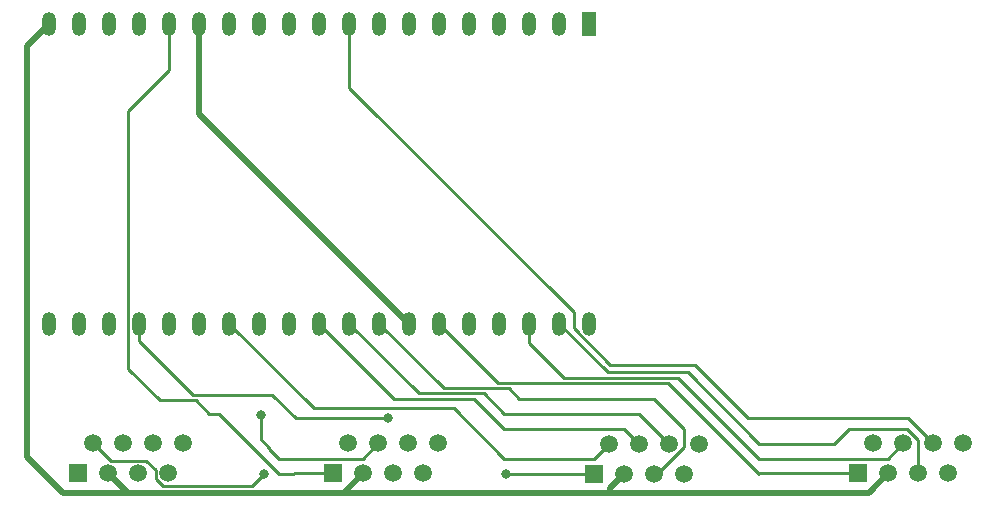
<source format=gbr>
%TF.GenerationSoftware,KiCad,Pcbnew,7.0.9*%
%TF.CreationDate,2023-12-29T21:55:34-05:00*%
%TF.ProjectId,Esp Controller,45737020-436f-46e7-9472-6f6c6c65722e,rev?*%
%TF.SameCoordinates,Original*%
%TF.FileFunction,Copper,L1,Top*%
%TF.FilePolarity,Positive*%
%FSLAX46Y46*%
G04 Gerber Fmt 4.6, Leading zero omitted, Abs format (unit mm)*
G04 Created by KiCad (PCBNEW 7.0.9) date 2023-12-29 21:55:34*
%MOMM*%
%LPD*%
G01*
G04 APERTURE LIST*
%TA.AperFunction,ComponentPad*%
%ADD10R,1.500000X1.500000*%
%TD*%
%TA.AperFunction,ComponentPad*%
%ADD11C,1.500000*%
%TD*%
%TA.AperFunction,ComponentPad*%
%ADD12R,1.200000X2.000000*%
%TD*%
%TA.AperFunction,ComponentPad*%
%ADD13O,1.200000X2.000000*%
%TD*%
%TA.AperFunction,ViaPad*%
%ADD14C,0.800000*%
%TD*%
%TA.AperFunction,Conductor*%
%ADD15C,0.500000*%
%TD*%
%TA.AperFunction,Conductor*%
%ADD16C,0.250000*%
%TD*%
G04 APERTURE END LIST*
D10*
%TO.P,J2,1*%
%TO.N,/Red2*%
X142240000Y-91440000D03*
D11*
%TO.P,J2,2*%
%TO.N,/Yel2*%
X143510000Y-88900000D03*
%TO.P,J2,3*%
%TO.N,/USBV*%
X144780000Y-91440000D03*
%TO.P,J2,4*%
%TO.N,/Blu2*%
X146050000Y-88900000D03*
%TO.P,J2,5*%
%TO.N,/Wht2*%
X147320000Y-91440000D03*
%TO.P,J2,6*%
%TO.N,/Grn2*%
X148590000Y-88900000D03*
%TO.P,J2,7*%
%TO.N,GND*%
X149860000Y-91440000D03*
%TO.P,J2,8*%
X151130000Y-88900000D03*
%TD*%
D10*
%TO.P,J3,1*%
%TO.N,/Red3*%
X120177500Y-91420000D03*
D11*
%TO.P,J3,2*%
%TO.N,/Yel1*%
X121447500Y-88880000D03*
%TO.P,J3,3*%
%TO.N,/USBV*%
X122717500Y-91420000D03*
%TO.P,J3,4*%
%TO.N,/Blu3*%
X123987500Y-88880000D03*
%TO.P,J3,5*%
%TO.N,/Wht3*%
X125257500Y-91420000D03*
%TO.P,J3,6*%
%TO.N,/Grn3*%
X126527500Y-88880000D03*
%TO.P,J3,7*%
%TO.N,GND*%
X127797500Y-91420000D03*
%TO.P,J3,8*%
X129067500Y-88880000D03*
%TD*%
D10*
%TO.P,J1,1*%
%TO.N,/Red1*%
X98587500Y-91420000D03*
D11*
%TO.P,J1,2*%
%TO.N,/Yel1*%
X99857500Y-88880000D03*
%TO.P,J1,3*%
%TO.N,/USBV*%
X101127500Y-91420000D03*
%TO.P,J1,4*%
%TO.N,/Blu1*%
X102397500Y-88880000D03*
%TO.P,J1,5*%
%TO.N,/Wht1*%
X103667500Y-91420000D03*
%TO.P,J1,6*%
%TO.N,/Grn1*%
X104937500Y-88880000D03*
%TO.P,J1,7*%
%TO.N,GND*%
X106207500Y-91420000D03*
%TO.P,J1,8*%
X107477500Y-88880000D03*
%TD*%
D10*
%TO.P,J4,1*%
%TO.N,/Red4*%
X164627500Y-91420000D03*
D11*
%TO.P,J4,2*%
%TO.N,/Yel2*%
X165897500Y-88880000D03*
%TO.P,J4,3*%
%TO.N,/USBV*%
X167167500Y-91420000D03*
%TO.P,J4,4*%
%TO.N,/Blu4*%
X168437500Y-88880000D03*
%TO.P,J4,5*%
%TO.N,/Wht4*%
X169707500Y-91420000D03*
%TO.P,J4,6*%
%TO.N,/Grn4*%
X170977500Y-88880000D03*
%TO.P,J4,7*%
%TO.N,GND*%
X172247500Y-91420000D03*
%TO.P,J4,8*%
X173517500Y-88880000D03*
%TD*%
D12*
%TO.P,U2,1,3V3*%
%TO.N,unconnected-(U2-3V3-Pad1)*%
X141823440Y-53340000D03*
D13*
%TO.P,U2,2,CHIP_PU*%
%TO.N,unconnected-(U2-CHIP_PU-Pad2)*%
X139283440Y-53340000D03*
%TO.P,U2,3,SENSOR_VP/GPIO36/ADC1_CH0*%
%TO.N,unconnected-(U2-SENSOR_VP{slash}GPIO36{slash}ADC1_CH0-Pad3)*%
X136743440Y-53340000D03*
%TO.P,U2,4,SENSOR_VN/GPIO39/ADC1_CH3*%
%TO.N,unconnected-(U2-SENSOR_VN{slash}GPIO39{slash}ADC1_CH3-Pad4)*%
X134203440Y-53340000D03*
%TO.P,U2,5,VDET_1/GPIO34/ADC1_CH6*%
%TO.N,unconnected-(U2-VDET_1{slash}GPIO34{slash}ADC1_CH6-Pad5)*%
X131663440Y-53340000D03*
%TO.P,U2,6,VDET_2/GPIO35/ADC1_CH7*%
%TO.N,unconnected-(U2-VDET_2{slash}GPIO35{slash}ADC1_CH7-Pad6)*%
X129123440Y-53340000D03*
%TO.P,U2,7,32K_XP/GPIO32/ADC1_CH4*%
%TO.N,/Red2*%
X126583440Y-53340000D03*
%TO.P,U2,8,32K_XN/GPIO33/ADC1_CH5*%
%TO.N,/Wht1*%
X124043440Y-53340000D03*
%TO.P,U2,9,DAC_1/ADC2_CH8/GPIO25*%
%TO.N,/Grn4*%
X121503440Y-53340000D03*
%TO.P,U2,10,DAC_2/ADC2_CH9/GPIO26*%
%TO.N,/Grn1*%
X118963440Y-53340000D03*
%TO.P,U2,11,ADC2_CH7/GPIO27*%
%TO.N,/Blu1*%
X116423440Y-53340000D03*
%TO.P,U2,12,MTMS/GPIO14/ADC2_CH6*%
%TO.N,/Yel1*%
X113883440Y-53340000D03*
%TO.P,U2,13,MTDI/GPIO12/ADC2_CH5*%
%TO.N,/Red1*%
X111343440Y-53340000D03*
%TO.P,U2,14,GND*%
%TO.N,GND*%
X108803440Y-53340000D03*
%TO.P,U2,15,MTCK/GPIO13/ADC2_CH4*%
%TO.N,/Red3*%
X106263440Y-53340000D03*
%TO.P,U2,16,SD_DATA2/GPIO9*%
%TO.N,unconnected-(U2-SD_DATA2{slash}GPIO9-Pad16)*%
X103723440Y-53340000D03*
%TO.P,U2,17,SD_DATA3/GPIO10*%
%TO.N,unconnected-(U2-SD_DATA3{slash}GPIO10-Pad17)*%
X101183440Y-53340000D03*
%TO.P,U2,18,CMD*%
%TO.N,unconnected-(U2-CMD-Pad18)*%
X98643440Y-53340000D03*
%TO.P,U2,19,5V*%
%TO.N,/USBV*%
X96103440Y-53340000D03*
%TO.P,U2,20,SD_CLK/GPIO6*%
%TO.N,unconnected-(U2-SD_CLK{slash}GPIO6-Pad20)*%
X96106160Y-78736320D03*
%TO.P,U2,21,SD_DATA0/GPIO7*%
%TO.N,unconnected-(U2-SD_DATA0{slash}GPIO7-Pad21)*%
X98646160Y-78736320D03*
%TO.P,U2,22,SD_DATA1/GPIO8*%
%TO.N,unconnected-(U2-SD_DATA1{slash}GPIO8-Pad22)*%
X101183440Y-78740000D03*
%TO.P,U2,23,MTDO/GPIO15/ADC2_CH3*%
%TO.N,/Grn3*%
X103723440Y-78740000D03*
%TO.P,U2,24,ADC2_CH2/GPIO2*%
%TO.N,unconnected-(U2-ADC2_CH2{slash}GPIO2-Pad24)*%
X106263440Y-78740000D03*
%TO.P,U2,25,GPIO0/BOOT/ADC2_CH1*%
%TO.N,unconnected-(U2-GPIO0{slash}BOOT{slash}ADC2_CH1-Pad25)*%
X108803440Y-78740000D03*
%TO.P,U2,26,ADC2_CH0/GPIO4*%
%TO.N,/Yel2*%
X111343440Y-78740000D03*
%TO.P,U2,27,GPIO16*%
%TO.N,/Blu3*%
X113883440Y-78740000D03*
%TO.P,U2,28,GPIO17*%
%TO.N,/Wht3*%
X116423440Y-78740000D03*
%TO.P,U2,29,GPIO5*%
%TO.N,/Blu2*%
X118963440Y-78740000D03*
%TO.P,U2,30,GPIO18*%
%TO.N,/Grn2*%
X121503440Y-78740000D03*
%TO.P,U2,31,GPIO19*%
%TO.N,/Wht2*%
X124043440Y-78740000D03*
%TO.P,U2,32,GND*%
%TO.N,GND*%
X126583440Y-78740000D03*
%TO.P,U2,33,GPIO21*%
%TO.N,/Red4*%
X129123440Y-78740000D03*
%TO.P,U2,34,U0RXD/GPIO3*%
%TO.N,unconnected-(U2-U0RXD{slash}GPIO3-Pad34)*%
X131663440Y-78740000D03*
%TO.P,U2,35,U0TXD/GPIO1*%
%TO.N,unconnected-(U2-U0TXD{slash}GPIO1-Pad35)*%
X134203440Y-78740000D03*
%TO.P,U2,36,GPIO22*%
%TO.N,/Blu4*%
X136743440Y-78740000D03*
%TO.P,U2,37,GPIO23*%
%TO.N,/Wht4*%
X139283440Y-78740000D03*
%TO.P,U2,38,GND*%
%TO.N,GND*%
X141823440Y-78740000D03*
%TD*%
D14*
%TO.N,/Yel1*%
X114300000Y-91440000D03*
%TO.N,/Blu3*%
X114000000Y-86500000D03*
%TO.N,/Red2*%
X134750000Y-91500000D03*
%TO.N,/Grn3*%
X124750000Y-86750000D03*
%TD*%
D15*
%TO.N,/USBV*%
X102787500Y-93080000D02*
X97280000Y-93080000D01*
X121057500Y-93080000D02*
X143600000Y-93080000D01*
X102787500Y-93080000D02*
X121057500Y-93080000D01*
X94200000Y-55243440D02*
X96103440Y-53340000D01*
X121057500Y-93080000D02*
X122717500Y-91420000D01*
X97280000Y-93080000D02*
X94200000Y-90000000D01*
X94200000Y-90000000D02*
X94200000Y-55243440D01*
X165507500Y-93080000D02*
X167167500Y-91420000D01*
X143600000Y-92620000D02*
X144780000Y-91440000D01*
X143600000Y-93080000D02*
X143600000Y-92620000D01*
X101127500Y-91420000D02*
X102787500Y-93080000D01*
X143600000Y-93080000D02*
X165507500Y-93080000D01*
D16*
%TO.N,/Yel1*%
X113245000Y-92495000D02*
X114300000Y-91440000D01*
X104315000Y-90345000D02*
X105132500Y-91162500D01*
X105762220Y-92495000D02*
X113245000Y-92495000D01*
X105132500Y-91865280D02*
X105762220Y-92495000D01*
X101322500Y-90345000D02*
X104315000Y-90345000D01*
X105132500Y-91162500D02*
X105132500Y-91865280D01*
X99857500Y-88880000D02*
X101322500Y-90345000D01*
D15*
%TO.N,GND*%
X108803440Y-60960000D02*
X126583440Y-78740000D01*
X108803440Y-53340000D02*
X108803440Y-60960000D01*
D16*
%TO.N,/Red4*%
X156230000Y-91420000D02*
X164627500Y-91420000D01*
X156210000Y-91440000D02*
X156230000Y-91420000D01*
X134140000Y-83756560D02*
X148526560Y-83756560D01*
X148526560Y-83756560D02*
X156210000Y-91440000D01*
X129123440Y-78740000D02*
X134140000Y-83756560D01*
%TO.N,/Yel2*%
X130360000Y-85910000D02*
X134620000Y-90170000D01*
X111343440Y-78740000D02*
X118513440Y-85910000D01*
X142240000Y-90170000D02*
X143510000Y-88900000D01*
X134620000Y-90170000D02*
X142240000Y-90170000D01*
X118513440Y-85910000D02*
X130360000Y-85910000D01*
%TO.N,/Blu4*%
X156210000Y-90170000D02*
X167147500Y-90170000D01*
X149346560Y-83306560D02*
X156210000Y-90170000D01*
X136743440Y-78740000D02*
X136743440Y-80350000D01*
X167147500Y-90170000D02*
X168437500Y-88880000D01*
X139700000Y-83306560D02*
X149346560Y-83306560D01*
X136743440Y-80350000D02*
X139700000Y-83306560D01*
%TO.N,/Wht4*%
X150166560Y-82856560D02*
X156210000Y-88900000D01*
X162560000Y-88900000D02*
X163830000Y-87630000D01*
X168707780Y-87630000D02*
X169707500Y-88629720D01*
X143400000Y-82856560D02*
X150166560Y-82856560D01*
X169707500Y-88629720D02*
X169707500Y-91420000D01*
X156210000Y-88900000D02*
X162560000Y-88900000D01*
X139283440Y-78740000D02*
X143400000Y-82856560D01*
X163830000Y-87630000D02*
X168707780Y-87630000D01*
%TO.N,/Grn2*%
X121503440Y-78740000D02*
X127420000Y-84656560D01*
X127420000Y-84656560D02*
X132916560Y-84656560D01*
X132916560Y-84656560D02*
X134620000Y-86360000D01*
X146050000Y-86360000D02*
X148590000Y-88900000D01*
X134620000Y-86360000D02*
X146050000Y-86360000D01*
%TO.N,/Red3*%
X116860000Y-91420000D02*
X116840000Y-91440000D01*
X102798440Y-60701560D02*
X106263440Y-57236560D01*
X106263440Y-57236560D02*
X106263440Y-53340000D01*
X105500000Y-85250000D02*
X102798440Y-82548440D01*
X116840000Y-91440000D02*
X115570000Y-91440000D01*
X115570000Y-91440000D02*
X110490000Y-86360000D01*
X108525292Y-85250000D02*
X105500000Y-85250000D01*
X110490000Y-86360000D02*
X109635292Y-86360000D01*
X102798440Y-82548440D02*
X102798440Y-60701560D01*
X109635292Y-86360000D02*
X108525292Y-85250000D01*
X120177500Y-91420000D02*
X116860000Y-91420000D01*
%TO.N,/Blu3*%
X114750000Y-89350000D02*
X114750000Y-89250000D01*
X115570000Y-90170000D02*
X122697500Y-90170000D01*
X114750000Y-89250000D02*
X114000000Y-88500000D01*
X115570000Y-90170000D02*
X114750000Y-89350000D01*
X114000000Y-88500000D02*
X114000000Y-86500000D01*
X122697500Y-90170000D02*
X123987500Y-88880000D01*
%TO.N,/Red2*%
X134690000Y-91440000D02*
X134750000Y-91500000D01*
X135000000Y-91500000D02*
X135060000Y-91440000D01*
X134620000Y-91440000D02*
X134690000Y-91440000D01*
X134750000Y-91500000D02*
X134810000Y-91440000D01*
X134940000Y-91440000D02*
X135000000Y-91500000D01*
X135060000Y-91440000D02*
X142240000Y-91440000D01*
X134810000Y-91440000D02*
X134940000Y-91440000D01*
%TO.N,/Blu2*%
X134620000Y-87630000D02*
X144780000Y-87630000D01*
X132096560Y-85106560D02*
X134620000Y-87630000D01*
X125330000Y-85106560D02*
X132096560Y-85106560D01*
X118963440Y-78740000D02*
X125330000Y-85106560D01*
X144780000Y-87630000D02*
X146050000Y-88900000D01*
%TO.N,/Wht2*%
X124043440Y-78740000D02*
X129510000Y-84206560D01*
X147570280Y-91440000D02*
X147320000Y-91440000D01*
X147320000Y-85090000D02*
X149860000Y-87630000D01*
X149860000Y-87630000D02*
X149860000Y-89150280D01*
X135006560Y-84206560D02*
X135890000Y-85090000D01*
X129510000Y-84206560D02*
X135006560Y-84206560D01*
X135890000Y-85090000D02*
X147320000Y-85090000D01*
X149860000Y-89150280D02*
X147570280Y-91440000D01*
%TO.N,/Grn3*%
X104123440Y-78740000D02*
X103723440Y-78740000D01*
X108250000Y-84750000D02*
X114000000Y-84750000D01*
X115000000Y-84750000D02*
X117000000Y-86750000D01*
X103723440Y-78740000D02*
X103723440Y-80223440D01*
X114000000Y-84750000D02*
X115000000Y-84750000D01*
X103723440Y-80223440D02*
X107250000Y-83750000D01*
X117000000Y-86750000D02*
X124750000Y-86750000D01*
X107250000Y-83750000D02*
X108250000Y-84750000D01*
%TO.N,/Grn4*%
X168847500Y-86750000D02*
X155250000Y-86750000D01*
X150750000Y-82250000D02*
X143625292Y-82250000D01*
X121503440Y-58753440D02*
X121503440Y-53340000D01*
X155250000Y-86750000D02*
X150750000Y-82250000D01*
X140500000Y-79124708D02*
X140500000Y-77750000D01*
X140500000Y-77750000D02*
X121503440Y-58753440D01*
X170977500Y-88880000D02*
X168847500Y-86750000D01*
X143625292Y-82250000D02*
X140500000Y-79124708D01*
%TD*%
M02*

</source>
